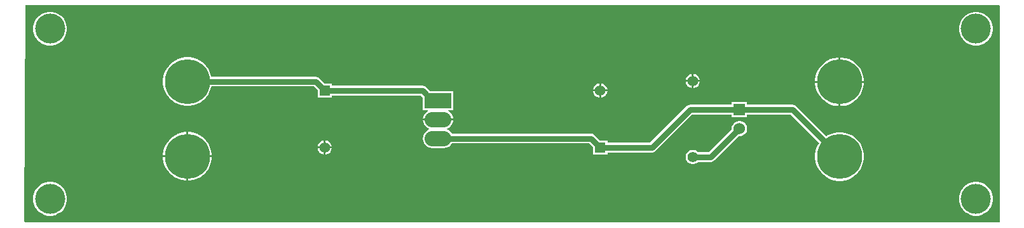
<source format=gbl>
G04*
G04 #@! TF.GenerationSoftware,Altium Limited,Altium Designer,21.6.4 (81)*
G04*
G04 Layer_Physical_Order=2*
G04 Layer_Color=16711680*
%FSLAX44Y44*%
%MOMM*%
G71*
G04*
G04 #@! TF.SameCoordinates,9B3D00D5-71B9-47E7-A398-83BAF539578A*
G04*
G04*
G04 #@! TF.FilePolarity,Positive*
G04*
G01*
G75*
%ADD21R,1.4000X1.4000*%
%ADD22C,1.4000*%
%ADD23C,6.0000*%
%ADD24O,3.5560X2.0320*%
%ADD25R,3.5560X2.0320*%
%ADD26C,1.5240*%
%ADD27R,1.5240X1.5240*%
%ADD28C,4.0000*%
%ADD29C,0.7620*%
G36*
X1579880Y1089660D02*
Y800100D01*
X281940D01*
X280670Y801370D01*
X281940Y1090930D01*
X1578610D01*
X1579880Y1089660D01*
D02*
G37*
%LPC*%
G36*
X1550350Y1081720D02*
X1545910D01*
X1541555Y1080854D01*
X1537453Y1079155D01*
X1533762Y1076688D01*
X1530622Y1073548D01*
X1528155Y1069857D01*
X1526456Y1065755D01*
X1525590Y1061400D01*
Y1056960D01*
X1526456Y1052605D01*
X1528155Y1048503D01*
X1530622Y1044812D01*
X1533762Y1041672D01*
X1537453Y1039205D01*
X1541555Y1037506D01*
X1545910Y1036640D01*
X1550350D01*
X1554705Y1037506D01*
X1558807Y1039205D01*
X1562498Y1041672D01*
X1565638Y1044812D01*
X1568105Y1048503D01*
X1569804Y1052605D01*
X1570670Y1056960D01*
Y1061400D01*
X1569804Y1065755D01*
X1568105Y1069857D01*
X1565638Y1073548D01*
X1562498Y1076688D01*
X1558807Y1079155D01*
X1554705Y1080854D01*
X1550350Y1081720D01*
D02*
G37*
G36*
X317180D02*
X312740D01*
X308385Y1080854D01*
X304283Y1079155D01*
X300592Y1076688D01*
X297452Y1073548D01*
X294985Y1069857D01*
X293286Y1065755D01*
X292420Y1061400D01*
Y1056960D01*
X293286Y1052605D01*
X294985Y1048503D01*
X297452Y1044812D01*
X300592Y1041672D01*
X304283Y1039205D01*
X308385Y1037506D01*
X312740Y1036640D01*
X317180D01*
X321535Y1037506D01*
X325637Y1039205D01*
X329328Y1041672D01*
X332468Y1044812D01*
X334935Y1048503D01*
X336634Y1052605D01*
X337500Y1056960D01*
Y1061400D01*
X336634Y1065755D01*
X334935Y1069857D01*
X332468Y1073548D01*
X329328Y1076688D01*
X325637Y1079155D01*
X321535Y1080854D01*
X317180Y1081720D01*
D02*
G37*
G36*
X1172210Y998865D02*
Y990599D01*
X1180476D01*
X1179830Y993011D01*
X1178574Y995187D01*
X1176798Y996963D01*
X1174622Y998219D01*
X1172210Y998865D01*
D02*
G37*
G36*
X1169670D02*
X1167258Y998219D01*
X1165082Y996963D01*
X1163306Y995187D01*
X1162050Y993011D01*
X1161404Y990599D01*
X1169670D01*
Y998865D01*
D02*
G37*
G36*
X1369081Y1020908D02*
X1367790D01*
Y989638D01*
X1399060D01*
Y990929D01*
X1398259Y995988D01*
X1396676Y1000859D01*
X1394351Y1005423D01*
X1391340Y1009567D01*
X1387718Y1013188D01*
X1383575Y1016199D01*
X1379011Y1018524D01*
X1374140Y1020107D01*
X1369081Y1020908D01*
D02*
G37*
G36*
X1365250D02*
X1363959D01*
X1358900Y1020107D01*
X1354029Y1018524D01*
X1349465Y1016199D01*
X1345322Y1013188D01*
X1341700Y1009567D01*
X1338689Y1005423D01*
X1336364Y1000859D01*
X1334781Y995988D01*
X1333980Y990929D01*
Y989638D01*
X1365250D01*
Y1020908D01*
D02*
G37*
G36*
X1180476Y988059D02*
X1172210D01*
Y979793D01*
X1174622Y980439D01*
X1176798Y981695D01*
X1178574Y983472D01*
X1179830Y985647D01*
X1180476Y988059D01*
D02*
G37*
G36*
X1169670D02*
X1161404D01*
X1162050Y985647D01*
X1163306Y983472D01*
X1165082Y981695D01*
X1167258Y980439D01*
X1169670Y979793D01*
Y988059D01*
D02*
G37*
G36*
X1049020Y986166D02*
Y977900D01*
X1057286D01*
X1056640Y980312D01*
X1055384Y982488D01*
X1053608Y984264D01*
X1051432Y985520D01*
X1049020Y986166D01*
D02*
G37*
G36*
X1046480D02*
X1044068Y985520D01*
X1041892Y984264D01*
X1040116Y982488D01*
X1038860Y980312D01*
X1038214Y977900D01*
X1046480D01*
Y986166D01*
D02*
G37*
G36*
X1057286Y975360D02*
X1049020D01*
Y967094D01*
X1051432Y967740D01*
X1053608Y968996D01*
X1055384Y970772D01*
X1056640Y972948D01*
X1057286Y975360D01*
D02*
G37*
G36*
X1046480D02*
X1038214D01*
X1038860Y972948D01*
X1040116Y970772D01*
X1041892Y968996D01*
X1044068Y967740D01*
X1046480Y967094D01*
Y975360D01*
D02*
G37*
G36*
X1399060Y987098D02*
X1367790D01*
Y955828D01*
X1369081D01*
X1374140Y956629D01*
X1379011Y958212D01*
X1383575Y960538D01*
X1387718Y963548D01*
X1391340Y967170D01*
X1394351Y971314D01*
X1396676Y975877D01*
X1398259Y980749D01*
X1399060Y985807D01*
Y987098D01*
D02*
G37*
G36*
X1365250D02*
X1333980D01*
Y985807D01*
X1334781Y980749D01*
X1336364Y975877D01*
X1338689Y971314D01*
X1341700Y967170D01*
X1345322Y963548D01*
X1349465Y960538D01*
X1354029Y958212D01*
X1358900Y956629D01*
X1363959Y955828D01*
X1365250D01*
Y987098D01*
D02*
G37*
G36*
X500401Y1021230D02*
X495279D01*
X490220Y1020429D01*
X485349Y1018846D01*
X480785Y1016521D01*
X476642Y1013510D01*
X473020Y1009889D01*
X470009Y1005745D01*
X467684Y1001181D01*
X466101Y996310D01*
X465300Y991251D01*
Y986129D01*
X466101Y981070D01*
X467684Y976199D01*
X470009Y971635D01*
X473020Y967492D01*
X476642Y963870D01*
X480785Y960859D01*
X485349Y958534D01*
X490220Y956951D01*
X495279Y956150D01*
X500401D01*
X505460Y956951D01*
X510331Y958534D01*
X514895Y960859D01*
X519038Y963870D01*
X522660Y967492D01*
X525671Y971635D01*
X527996Y976199D01*
X529579Y981070D01*
X529760Y982216D01*
X665978D01*
X671180Y977014D01*
Y967090D01*
X690260D01*
Y970156D01*
X808341D01*
X811530Y966966D01*
Y950722D01*
X818385D01*
X818638Y949452D01*
X817825Y949116D01*
X815172Y947080D01*
X813137Y944427D01*
X811857Y941338D01*
X811588Y939292D01*
X852112D01*
X851843Y941338D01*
X850563Y944427D01*
X848528Y947080D01*
X845875Y949116D01*
X845062Y949452D01*
X845315Y950722D01*
X852170D01*
Y976122D01*
X820686D01*
X815601Y981208D01*
X813500Y982612D01*
X811022Y983104D01*
X690260D01*
Y986170D01*
X680336D01*
X673238Y993268D01*
X671137Y994672D01*
X668660Y995164D01*
X529760D01*
X529579Y996310D01*
X527996Y1001181D01*
X525671Y1005745D01*
X522660Y1009889D01*
X519038Y1013510D01*
X514895Y1016521D01*
X510331Y1018846D01*
X505460Y1020429D01*
X500401Y1021230D01*
D02*
G37*
G36*
X681990Y909966D02*
Y901700D01*
X690256D01*
X689610Y904112D01*
X688354Y906288D01*
X686578Y908064D01*
X684402Y909320D01*
X681990Y909966D01*
D02*
G37*
G36*
X679450D02*
X677038Y909320D01*
X674862Y908064D01*
X673086Y906288D01*
X671830Y904112D01*
X671184Y901700D01*
X679450D01*
Y909966D01*
D02*
G37*
G36*
X1234508Y936006D02*
X1231832D01*
X1229248Y935314D01*
X1226932Y933976D01*
X1225040Y932085D01*
X1223702Y929768D01*
X1223010Y927184D01*
Y924842D01*
X1192371Y894204D01*
X1177957D01*
X1176798Y895363D01*
X1174622Y896619D01*
X1172196Y897269D01*
X1169684D01*
X1167258Y896619D01*
X1165082Y895363D01*
X1163306Y893587D01*
X1162050Y891412D01*
X1161400Y888985D01*
Y886473D01*
X1162050Y884047D01*
X1163306Y881871D01*
X1165082Y880095D01*
X1167258Y878839D01*
X1169684Y878189D01*
X1172196D01*
X1174622Y878839D01*
X1176798Y880095D01*
X1177957Y881255D01*
X1195053D01*
X1197531Y881748D01*
X1199631Y883151D01*
X1232166Y915686D01*
X1234508D01*
X1237092Y916378D01*
X1239408Y917716D01*
X1241300Y919608D01*
X1242638Y921925D01*
X1243330Y924509D01*
Y927184D01*
X1242638Y929768D01*
X1241300Y932085D01*
X1239408Y933976D01*
X1237092Y935314D01*
X1234508Y936006D01*
D02*
G37*
G36*
X690256Y899160D02*
X681990D01*
Y890894D01*
X684402Y891540D01*
X686578Y892796D01*
X688354Y894572D01*
X689610Y896748D01*
X690256Y899160D01*
D02*
G37*
G36*
X679450D02*
X671184D01*
X671830Y896748D01*
X673086Y894572D01*
X674862Y892796D01*
X677038Y891540D01*
X679450Y890894D01*
Y899160D01*
D02*
G37*
G36*
X500401Y921230D02*
X499110D01*
Y889960D01*
X530380D01*
Y891251D01*
X529579Y896310D01*
X527996Y901181D01*
X525671Y905745D01*
X522660Y909889D01*
X519038Y913510D01*
X514895Y916521D01*
X510331Y918846D01*
X505460Y920429D01*
X500401Y921230D01*
D02*
G37*
G36*
X496570D02*
X495279D01*
X490220Y920429D01*
X485349Y918846D01*
X480785Y916521D01*
X476642Y913510D01*
X473020Y909889D01*
X470009Y905745D01*
X467684Y901181D01*
X466101Y896310D01*
X465300Y891251D01*
Y889960D01*
X496570D01*
Y921230D01*
D02*
G37*
G36*
X530380Y887420D02*
X499110D01*
Y856150D01*
X500401D01*
X505460Y856951D01*
X510331Y858534D01*
X514895Y860859D01*
X519038Y863870D01*
X522660Y867492D01*
X525671Y871635D01*
X527996Y876199D01*
X529579Y881070D01*
X530380Y886129D01*
Y887420D01*
D02*
G37*
G36*
X496570D02*
X465300D01*
Y886129D01*
X466101Y881070D01*
X467684Y876199D01*
X470009Y871635D01*
X473020Y867492D01*
X476642Y863870D01*
X480785Y860859D01*
X485349Y858534D01*
X490220Y856951D01*
X495279Y856150D01*
X496570D01*
Y887420D01*
D02*
G37*
G36*
X1243330Y961406D02*
X1223010D01*
Y957720D01*
X1167463D01*
X1164985Y957228D01*
X1162885Y955824D01*
X1113965Y906904D01*
X1057290D01*
Y909970D01*
X1047366D01*
X1040136Y917200D01*
X1038035Y918604D01*
X1035558Y919097D01*
X850510D01*
X848528Y921680D01*
X845875Y923716D01*
X843655Y924635D01*
Y926010D01*
X845875Y926929D01*
X848528Y928965D01*
X850563Y931618D01*
X851843Y934707D01*
X852112Y936752D01*
X811588D01*
X811857Y934707D01*
X813137Y931618D01*
X815172Y928965D01*
X817825Y926929D01*
X820044Y926010D01*
Y924635D01*
X817825Y923716D01*
X815172Y921680D01*
X813137Y919027D01*
X811857Y915938D01*
X811420Y912622D01*
X811857Y909307D01*
X813137Y906218D01*
X815172Y903565D01*
X817825Y901529D01*
X820915Y900249D01*
X824230Y899813D01*
X839470D01*
X842785Y900249D01*
X845875Y901529D01*
X848528Y903565D01*
X850510Y906148D01*
X1032876D01*
X1038210Y900814D01*
Y890890D01*
X1057290D01*
Y893956D01*
X1116647D01*
X1119125Y894448D01*
X1121225Y895852D01*
X1170145Y944772D01*
X1223010D01*
Y941086D01*
X1243330D01*
Y944772D01*
X1300960D01*
X1339371Y906361D01*
X1338689Y905423D01*
X1336364Y900859D01*
X1334781Y895988D01*
X1333980Y890929D01*
Y885807D01*
X1334781Y880749D01*
X1336364Y875877D01*
X1338689Y871314D01*
X1341700Y867170D01*
X1345322Y863548D01*
X1349465Y860538D01*
X1354029Y858212D01*
X1358900Y856629D01*
X1363959Y855828D01*
X1369081D01*
X1374140Y856629D01*
X1379011Y858212D01*
X1383575Y860538D01*
X1387718Y863548D01*
X1391340Y867170D01*
X1394351Y871314D01*
X1396676Y875877D01*
X1398259Y880749D01*
X1399060Y885807D01*
Y890929D01*
X1398259Y895988D01*
X1396676Y900859D01*
X1394351Y905423D01*
X1391340Y909567D01*
X1387718Y913188D01*
X1383575Y916199D01*
X1379011Y918524D01*
X1374140Y920107D01*
X1369081Y920908D01*
X1363959D01*
X1358900Y920107D01*
X1354029Y918524D01*
X1349465Y916199D01*
X1348527Y915517D01*
X1308220Y955824D01*
X1306120Y957228D01*
X1303642Y957720D01*
X1243330D01*
Y961406D01*
D02*
G37*
G36*
X1550350Y854390D02*
X1545910D01*
X1541555Y853524D01*
X1537453Y851825D01*
X1533762Y849358D01*
X1530622Y846218D01*
X1528155Y842527D01*
X1526456Y838425D01*
X1525590Y834070D01*
Y829630D01*
X1526456Y825275D01*
X1528155Y821173D01*
X1530622Y817482D01*
X1533762Y814342D01*
X1537453Y811875D01*
X1541555Y810176D01*
X1545910Y809310D01*
X1550350D01*
X1554705Y810176D01*
X1558807Y811875D01*
X1562498Y814342D01*
X1565638Y817482D01*
X1568105Y821173D01*
X1569804Y825275D01*
X1570670Y829630D01*
Y834070D01*
X1569804Y838425D01*
X1568105Y842527D01*
X1565638Y846218D01*
X1562498Y849358D01*
X1558807Y851825D01*
X1554705Y853524D01*
X1550350Y854390D01*
D02*
G37*
G36*
X317180D02*
X312740D01*
X308385Y853524D01*
X304283Y851825D01*
X300592Y849358D01*
X297452Y846218D01*
X294985Y842527D01*
X293286Y838425D01*
X292420Y834070D01*
Y829630D01*
X293286Y825275D01*
X294985Y821173D01*
X297452Y817482D01*
X300592Y814342D01*
X304283Y811875D01*
X308385Y810176D01*
X312740Y809310D01*
X317180D01*
X321535Y810176D01*
X325637Y811875D01*
X329328Y814342D01*
X332468Y817482D01*
X334935Y821173D01*
X336634Y825275D01*
X337500Y829630D01*
Y834070D01*
X336634Y838425D01*
X334935Y842527D01*
X332468Y846218D01*
X329328Y849358D01*
X325637Y851825D01*
X321535Y853524D01*
X317180Y854390D01*
D02*
G37*
%LPD*%
D21*
X1047750Y900430D02*
D03*
X680720Y976630D02*
D03*
D22*
X1047750D02*
D03*
X680720Y900430D02*
D03*
X1170940Y887729D02*
D03*
Y989329D02*
D03*
D23*
X497840Y988690D02*
D03*
Y888690D02*
D03*
X1366520Y888368D02*
D03*
Y988368D02*
D03*
D24*
X831850Y912622D02*
D03*
Y938022D02*
D03*
D25*
Y963422D02*
D03*
D26*
X1233170Y925846D02*
D03*
D27*
Y951246D02*
D03*
D28*
X1548130Y831850D02*
D03*
Y1059180D02*
D03*
X314960D02*
D03*
Y831850D02*
D03*
D29*
X680720Y976630D02*
X811022D01*
X824230Y963422D01*
X831850Y912622D02*
X1035558D01*
X668660Y988690D02*
X680720Y976630D01*
X824230Y963422D02*
X831850D01*
X497840Y988690D02*
X668660D01*
X1303642Y951246D02*
X1366520Y888368D01*
X1233170Y951246D02*
X1303642D01*
X1170940Y887729D02*
X1195053D01*
X1233170Y925846D01*
X1047750Y900430D02*
X1116647D01*
X1167463Y951246D01*
X1233170D01*
X1035558Y912622D02*
X1047750Y900430D01*
M02*

</source>
